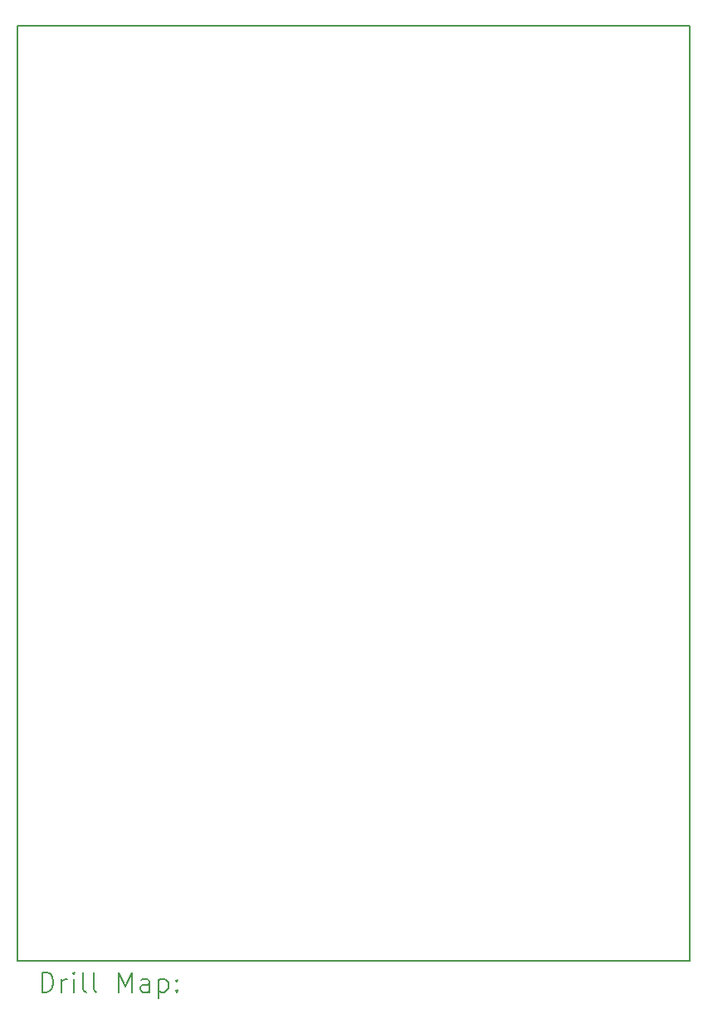
<source format=gbr>
%TF.GenerationSoftware,KiCad,Pcbnew,(6.0.7)*%
%TF.CreationDate,2022-08-10T19:12:16+02:00*%
%TF.ProjectId,MAKE_PCB,4d414b45-5f50-4434-922e-6b696361645f,rev?*%
%TF.SameCoordinates,Original*%
%TF.FileFunction,Drillmap*%
%TF.FilePolarity,Positive*%
%FSLAX45Y45*%
G04 Gerber Fmt 4.5, Leading zero omitted, Abs format (unit mm)*
G04 Created by KiCad (PCBNEW (6.0.7)) date 2022-08-10 19:12:16*
%MOMM*%
%LPD*%
G01*
G04 APERTURE LIST*
%ADD10C,0.200000*%
G04 APERTURE END LIST*
D10*
X2540000Y-18923000D02*
X9398000Y-18923000D01*
X9398000Y-18923000D02*
X9398000Y-9398000D01*
X9398000Y-9398000D02*
X2540000Y-9398000D01*
X2540000Y-9398000D02*
X2540000Y-18923000D01*
X2787619Y-19243476D02*
X2787619Y-19043476D01*
X2835238Y-19043476D01*
X2863809Y-19053000D01*
X2882857Y-19072048D01*
X2892381Y-19091095D01*
X2901905Y-19129190D01*
X2901905Y-19157762D01*
X2892381Y-19195857D01*
X2882857Y-19214905D01*
X2863809Y-19233952D01*
X2835238Y-19243476D01*
X2787619Y-19243476D01*
X2987619Y-19243476D02*
X2987619Y-19110143D01*
X2987619Y-19148238D02*
X2997143Y-19129190D01*
X3006667Y-19119667D01*
X3025714Y-19110143D01*
X3044762Y-19110143D01*
X3111428Y-19243476D02*
X3111428Y-19110143D01*
X3111428Y-19043476D02*
X3101905Y-19053000D01*
X3111428Y-19062524D01*
X3120952Y-19053000D01*
X3111428Y-19043476D01*
X3111428Y-19062524D01*
X3235238Y-19243476D02*
X3216190Y-19233952D01*
X3206667Y-19214905D01*
X3206667Y-19043476D01*
X3340000Y-19243476D02*
X3320952Y-19233952D01*
X3311428Y-19214905D01*
X3311428Y-19043476D01*
X3568571Y-19243476D02*
X3568571Y-19043476D01*
X3635238Y-19186333D01*
X3701905Y-19043476D01*
X3701905Y-19243476D01*
X3882857Y-19243476D02*
X3882857Y-19138714D01*
X3873333Y-19119667D01*
X3854286Y-19110143D01*
X3816190Y-19110143D01*
X3797143Y-19119667D01*
X3882857Y-19233952D02*
X3863809Y-19243476D01*
X3816190Y-19243476D01*
X3797143Y-19233952D01*
X3787619Y-19214905D01*
X3787619Y-19195857D01*
X3797143Y-19176810D01*
X3816190Y-19167286D01*
X3863809Y-19167286D01*
X3882857Y-19157762D01*
X3978095Y-19110143D02*
X3978095Y-19310143D01*
X3978095Y-19119667D02*
X3997143Y-19110143D01*
X4035238Y-19110143D01*
X4054286Y-19119667D01*
X4063809Y-19129190D01*
X4073333Y-19148238D01*
X4073333Y-19205381D01*
X4063809Y-19224429D01*
X4054286Y-19233952D01*
X4035238Y-19243476D01*
X3997143Y-19243476D01*
X3978095Y-19233952D01*
X4159048Y-19224429D02*
X4168571Y-19233952D01*
X4159048Y-19243476D01*
X4149524Y-19233952D01*
X4159048Y-19224429D01*
X4159048Y-19243476D01*
X4159048Y-19119667D02*
X4168571Y-19129190D01*
X4159048Y-19138714D01*
X4149524Y-19129190D01*
X4159048Y-19119667D01*
X4159048Y-19138714D01*
M02*

</source>
